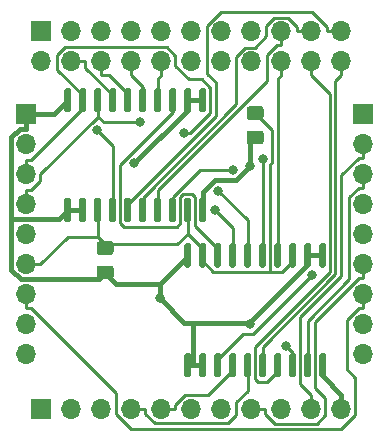
<source format=gbr>
G04 #@! TF.GenerationSoftware,KiCad,Pcbnew,5.1.9*
G04 #@! TF.CreationDate,2021-04-03T20:04:09+02:00*
G04 #@! TF.ProjectId,driverboard,64726976-6572-4626-9f61-72642e6b6963,rev?*
G04 #@! TF.SameCoordinates,Original*
G04 #@! TF.FileFunction,Copper,L2,Bot*
G04 #@! TF.FilePolarity,Positive*
%FSLAX46Y46*%
G04 Gerber Fmt 4.6, Leading zero omitted, Abs format (unit mm)*
G04 Created by KiCad (PCBNEW 5.1.9) date 2021-04-03 20:04:09*
%MOMM*%
%LPD*%
G01*
G04 APERTURE LIST*
G04 #@! TA.AperFunction,ComponentPad*
%ADD10R,1.700000X1.700000*%
G04 #@! TD*
G04 #@! TA.AperFunction,ComponentPad*
%ADD11O,1.700000X1.700000*%
G04 #@! TD*
G04 #@! TA.AperFunction,ViaPad*
%ADD12C,0.800000*%
G04 #@! TD*
G04 #@! TA.AperFunction,Conductor*
%ADD13C,0.250000*%
G04 #@! TD*
G04 #@! TA.AperFunction,Conductor*
%ADD14C,0.400000*%
G04 #@! TD*
G04 APERTURE END LIST*
G04 #@! TA.AperFunction,SMDPad,CuDef*
G36*
G01*
X104935000Y-119830000D02*
X105885000Y-119830000D01*
G75*
G02*
X106135000Y-120080000I0J-250000D01*
G01*
X106135000Y-120755000D01*
G75*
G02*
X105885000Y-121005000I-250000J0D01*
G01*
X104935000Y-121005000D01*
G75*
G02*
X104685000Y-120755000I0J250000D01*
G01*
X104685000Y-120080000D01*
G75*
G02*
X104935000Y-119830000I250000J0D01*
G01*
G37*
G04 #@! TD.AperFunction*
G04 #@! TA.AperFunction,SMDPad,CuDef*
G36*
G01*
X104935000Y-117755000D02*
X105885000Y-117755000D01*
G75*
G02*
X106135000Y-118005000I0J-250000D01*
G01*
X106135000Y-118680000D01*
G75*
G02*
X105885000Y-118930000I-250000J0D01*
G01*
X104935000Y-118930000D01*
G75*
G02*
X104685000Y-118680000I0J250000D01*
G01*
X104685000Y-118005000D01*
G75*
G02*
X104935000Y-117755000I250000J0D01*
G01*
G37*
G04 #@! TD.AperFunction*
G04 #@! TA.AperFunction,SMDPad,CuDef*
G36*
G01*
X117635000Y-108400000D02*
X118585000Y-108400000D01*
G75*
G02*
X118835000Y-108650000I0J-250000D01*
G01*
X118835000Y-109325000D01*
G75*
G02*
X118585000Y-109575000I-250000J0D01*
G01*
X117635000Y-109575000D01*
G75*
G02*
X117385000Y-109325000I0J250000D01*
G01*
X117385000Y-108650000D01*
G75*
G02*
X117635000Y-108400000I250000J0D01*
G01*
G37*
G04 #@! TD.AperFunction*
G04 #@! TA.AperFunction,SMDPad,CuDef*
G36*
G01*
X117635000Y-106325000D02*
X118585000Y-106325000D01*
G75*
G02*
X118835000Y-106575000I0J-250000D01*
G01*
X118835000Y-107250000D01*
G75*
G02*
X118585000Y-107500000I-250000J0D01*
G01*
X117635000Y-107500000D01*
G75*
G02*
X117385000Y-107250000I0J250000D01*
G01*
X117385000Y-106575000D01*
G75*
G02*
X117635000Y-106325000I250000J0D01*
G01*
G37*
G04 #@! TD.AperFunction*
D10*
X127250000Y-107000000D03*
D11*
X127250000Y-109540000D03*
X127250000Y-112080000D03*
X127250000Y-114620000D03*
X127250000Y-117160000D03*
X127250000Y-119700000D03*
X127250000Y-122240000D03*
X127250000Y-124780000D03*
X127250000Y-127320000D03*
D10*
X100000000Y-100000000D03*
D11*
X100000000Y-102540000D03*
X102540000Y-100000000D03*
X102540000Y-102540000D03*
X105080000Y-100000000D03*
X105080000Y-102540000D03*
X107620000Y-100000000D03*
X107620000Y-102540000D03*
X110160000Y-100000000D03*
X110160000Y-102540000D03*
X112700000Y-100000000D03*
X112700000Y-102540000D03*
X115240000Y-100000000D03*
X115240000Y-102540000D03*
X117780000Y-100000000D03*
X117780000Y-102540000D03*
X120320000Y-100000000D03*
X120320000Y-102540000D03*
X122860000Y-100000000D03*
X122860000Y-102540000D03*
X125400000Y-100000000D03*
X125400000Y-102540000D03*
D10*
X98750000Y-107000000D03*
D11*
X98750000Y-109540000D03*
X98750000Y-112080000D03*
X98750000Y-114620000D03*
X98750000Y-117160000D03*
X98750000Y-119700000D03*
X98750000Y-122240000D03*
X98750000Y-124780000D03*
X98750000Y-127320000D03*
D10*
X100000000Y-132000000D03*
D11*
X102540000Y-132000000D03*
X105080000Y-132000000D03*
X107620000Y-132000000D03*
X110160000Y-132000000D03*
X112700000Y-132000000D03*
X115240000Y-132000000D03*
X117780000Y-132000000D03*
X120320000Y-132000000D03*
X122860000Y-132000000D03*
X125400000Y-132000000D03*
G04 #@! TA.AperFunction,SMDPad,CuDef*
G36*
G01*
X113815000Y-106865000D02*
X113515000Y-106865000D01*
G75*
G02*
X113365000Y-106715000I0J150000D01*
G01*
X113365000Y-104965000D01*
G75*
G02*
X113515000Y-104815000I150000J0D01*
G01*
X113815000Y-104815000D01*
G75*
G02*
X113965000Y-104965000I0J-150000D01*
G01*
X113965000Y-106715000D01*
G75*
G02*
X113815000Y-106865000I-150000J0D01*
G01*
G37*
G04 #@! TD.AperFunction*
G04 #@! TA.AperFunction,SMDPad,CuDef*
G36*
G01*
X112545000Y-106865000D02*
X112245000Y-106865000D01*
G75*
G02*
X112095000Y-106715000I0J150000D01*
G01*
X112095000Y-104965000D01*
G75*
G02*
X112245000Y-104815000I150000J0D01*
G01*
X112545000Y-104815000D01*
G75*
G02*
X112695000Y-104965000I0J-150000D01*
G01*
X112695000Y-106715000D01*
G75*
G02*
X112545000Y-106865000I-150000J0D01*
G01*
G37*
G04 #@! TD.AperFunction*
G04 #@! TA.AperFunction,SMDPad,CuDef*
G36*
G01*
X111275000Y-106865000D02*
X110975000Y-106865000D01*
G75*
G02*
X110825000Y-106715000I0J150000D01*
G01*
X110825000Y-104965000D01*
G75*
G02*
X110975000Y-104815000I150000J0D01*
G01*
X111275000Y-104815000D01*
G75*
G02*
X111425000Y-104965000I0J-150000D01*
G01*
X111425000Y-106715000D01*
G75*
G02*
X111275000Y-106865000I-150000J0D01*
G01*
G37*
G04 #@! TD.AperFunction*
G04 #@! TA.AperFunction,SMDPad,CuDef*
G36*
G01*
X110005000Y-106865000D02*
X109705000Y-106865000D01*
G75*
G02*
X109555000Y-106715000I0J150000D01*
G01*
X109555000Y-104965000D01*
G75*
G02*
X109705000Y-104815000I150000J0D01*
G01*
X110005000Y-104815000D01*
G75*
G02*
X110155000Y-104965000I0J-150000D01*
G01*
X110155000Y-106715000D01*
G75*
G02*
X110005000Y-106865000I-150000J0D01*
G01*
G37*
G04 #@! TD.AperFunction*
G04 #@! TA.AperFunction,SMDPad,CuDef*
G36*
G01*
X108735000Y-106865000D02*
X108435000Y-106865000D01*
G75*
G02*
X108285000Y-106715000I0J150000D01*
G01*
X108285000Y-104965000D01*
G75*
G02*
X108435000Y-104815000I150000J0D01*
G01*
X108735000Y-104815000D01*
G75*
G02*
X108885000Y-104965000I0J-150000D01*
G01*
X108885000Y-106715000D01*
G75*
G02*
X108735000Y-106865000I-150000J0D01*
G01*
G37*
G04 #@! TD.AperFunction*
G04 #@! TA.AperFunction,SMDPad,CuDef*
G36*
G01*
X107465000Y-106865000D02*
X107165000Y-106865000D01*
G75*
G02*
X107015000Y-106715000I0J150000D01*
G01*
X107015000Y-104965000D01*
G75*
G02*
X107165000Y-104815000I150000J0D01*
G01*
X107465000Y-104815000D01*
G75*
G02*
X107615000Y-104965000I0J-150000D01*
G01*
X107615000Y-106715000D01*
G75*
G02*
X107465000Y-106865000I-150000J0D01*
G01*
G37*
G04 #@! TD.AperFunction*
G04 #@! TA.AperFunction,SMDPad,CuDef*
G36*
G01*
X106195000Y-106865000D02*
X105895000Y-106865000D01*
G75*
G02*
X105745000Y-106715000I0J150000D01*
G01*
X105745000Y-104965000D01*
G75*
G02*
X105895000Y-104815000I150000J0D01*
G01*
X106195000Y-104815000D01*
G75*
G02*
X106345000Y-104965000I0J-150000D01*
G01*
X106345000Y-106715000D01*
G75*
G02*
X106195000Y-106865000I-150000J0D01*
G01*
G37*
G04 #@! TD.AperFunction*
G04 #@! TA.AperFunction,SMDPad,CuDef*
G36*
G01*
X104925000Y-106865000D02*
X104625000Y-106865000D01*
G75*
G02*
X104475000Y-106715000I0J150000D01*
G01*
X104475000Y-104965000D01*
G75*
G02*
X104625000Y-104815000I150000J0D01*
G01*
X104925000Y-104815000D01*
G75*
G02*
X105075000Y-104965000I0J-150000D01*
G01*
X105075000Y-106715000D01*
G75*
G02*
X104925000Y-106865000I-150000J0D01*
G01*
G37*
G04 #@! TD.AperFunction*
G04 #@! TA.AperFunction,SMDPad,CuDef*
G36*
G01*
X103655000Y-106865000D02*
X103355000Y-106865000D01*
G75*
G02*
X103205000Y-106715000I0J150000D01*
G01*
X103205000Y-104965000D01*
G75*
G02*
X103355000Y-104815000I150000J0D01*
G01*
X103655000Y-104815000D01*
G75*
G02*
X103805000Y-104965000I0J-150000D01*
G01*
X103805000Y-106715000D01*
G75*
G02*
X103655000Y-106865000I-150000J0D01*
G01*
G37*
G04 #@! TD.AperFunction*
G04 #@! TA.AperFunction,SMDPad,CuDef*
G36*
G01*
X102385000Y-106865000D02*
X102085000Y-106865000D01*
G75*
G02*
X101935000Y-106715000I0J150000D01*
G01*
X101935000Y-104965000D01*
G75*
G02*
X102085000Y-104815000I150000J0D01*
G01*
X102385000Y-104815000D01*
G75*
G02*
X102535000Y-104965000I0J-150000D01*
G01*
X102535000Y-106715000D01*
G75*
G02*
X102385000Y-106865000I-150000J0D01*
G01*
G37*
G04 #@! TD.AperFunction*
G04 #@! TA.AperFunction,SMDPad,CuDef*
G36*
G01*
X102385000Y-116165000D02*
X102085000Y-116165000D01*
G75*
G02*
X101935000Y-116015000I0J150000D01*
G01*
X101935000Y-114265000D01*
G75*
G02*
X102085000Y-114115000I150000J0D01*
G01*
X102385000Y-114115000D01*
G75*
G02*
X102535000Y-114265000I0J-150000D01*
G01*
X102535000Y-116015000D01*
G75*
G02*
X102385000Y-116165000I-150000J0D01*
G01*
G37*
G04 #@! TD.AperFunction*
G04 #@! TA.AperFunction,SMDPad,CuDef*
G36*
G01*
X103655000Y-116165000D02*
X103355000Y-116165000D01*
G75*
G02*
X103205000Y-116015000I0J150000D01*
G01*
X103205000Y-114265000D01*
G75*
G02*
X103355000Y-114115000I150000J0D01*
G01*
X103655000Y-114115000D01*
G75*
G02*
X103805000Y-114265000I0J-150000D01*
G01*
X103805000Y-116015000D01*
G75*
G02*
X103655000Y-116165000I-150000J0D01*
G01*
G37*
G04 #@! TD.AperFunction*
G04 #@! TA.AperFunction,SMDPad,CuDef*
G36*
G01*
X104925000Y-116165000D02*
X104625000Y-116165000D01*
G75*
G02*
X104475000Y-116015000I0J150000D01*
G01*
X104475000Y-114265000D01*
G75*
G02*
X104625000Y-114115000I150000J0D01*
G01*
X104925000Y-114115000D01*
G75*
G02*
X105075000Y-114265000I0J-150000D01*
G01*
X105075000Y-116015000D01*
G75*
G02*
X104925000Y-116165000I-150000J0D01*
G01*
G37*
G04 #@! TD.AperFunction*
G04 #@! TA.AperFunction,SMDPad,CuDef*
G36*
G01*
X106195000Y-116165000D02*
X105895000Y-116165000D01*
G75*
G02*
X105745000Y-116015000I0J150000D01*
G01*
X105745000Y-114265000D01*
G75*
G02*
X105895000Y-114115000I150000J0D01*
G01*
X106195000Y-114115000D01*
G75*
G02*
X106345000Y-114265000I0J-150000D01*
G01*
X106345000Y-116015000D01*
G75*
G02*
X106195000Y-116165000I-150000J0D01*
G01*
G37*
G04 #@! TD.AperFunction*
G04 #@! TA.AperFunction,SMDPad,CuDef*
G36*
G01*
X107465000Y-116165000D02*
X107165000Y-116165000D01*
G75*
G02*
X107015000Y-116015000I0J150000D01*
G01*
X107015000Y-114265000D01*
G75*
G02*
X107165000Y-114115000I150000J0D01*
G01*
X107465000Y-114115000D01*
G75*
G02*
X107615000Y-114265000I0J-150000D01*
G01*
X107615000Y-116015000D01*
G75*
G02*
X107465000Y-116165000I-150000J0D01*
G01*
G37*
G04 #@! TD.AperFunction*
G04 #@! TA.AperFunction,SMDPad,CuDef*
G36*
G01*
X108735000Y-116165000D02*
X108435000Y-116165000D01*
G75*
G02*
X108285000Y-116015000I0J150000D01*
G01*
X108285000Y-114265000D01*
G75*
G02*
X108435000Y-114115000I150000J0D01*
G01*
X108735000Y-114115000D01*
G75*
G02*
X108885000Y-114265000I0J-150000D01*
G01*
X108885000Y-116015000D01*
G75*
G02*
X108735000Y-116165000I-150000J0D01*
G01*
G37*
G04 #@! TD.AperFunction*
G04 #@! TA.AperFunction,SMDPad,CuDef*
G36*
G01*
X110005000Y-116165000D02*
X109705000Y-116165000D01*
G75*
G02*
X109555000Y-116015000I0J150000D01*
G01*
X109555000Y-114265000D01*
G75*
G02*
X109705000Y-114115000I150000J0D01*
G01*
X110005000Y-114115000D01*
G75*
G02*
X110155000Y-114265000I0J-150000D01*
G01*
X110155000Y-116015000D01*
G75*
G02*
X110005000Y-116165000I-150000J0D01*
G01*
G37*
G04 #@! TD.AperFunction*
G04 #@! TA.AperFunction,SMDPad,CuDef*
G36*
G01*
X111275000Y-116165000D02*
X110975000Y-116165000D01*
G75*
G02*
X110825000Y-116015000I0J150000D01*
G01*
X110825000Y-114265000D01*
G75*
G02*
X110975000Y-114115000I150000J0D01*
G01*
X111275000Y-114115000D01*
G75*
G02*
X111425000Y-114265000I0J-150000D01*
G01*
X111425000Y-116015000D01*
G75*
G02*
X111275000Y-116165000I-150000J0D01*
G01*
G37*
G04 #@! TD.AperFunction*
G04 #@! TA.AperFunction,SMDPad,CuDef*
G36*
G01*
X112545000Y-116165000D02*
X112245000Y-116165000D01*
G75*
G02*
X112095000Y-116015000I0J150000D01*
G01*
X112095000Y-114265000D01*
G75*
G02*
X112245000Y-114115000I150000J0D01*
G01*
X112545000Y-114115000D01*
G75*
G02*
X112695000Y-114265000I0J-150000D01*
G01*
X112695000Y-116015000D01*
G75*
G02*
X112545000Y-116165000I-150000J0D01*
G01*
G37*
G04 #@! TD.AperFunction*
G04 #@! TA.AperFunction,SMDPad,CuDef*
G36*
G01*
X113815000Y-116165000D02*
X113515000Y-116165000D01*
G75*
G02*
X113365000Y-116015000I0J150000D01*
G01*
X113365000Y-114265000D01*
G75*
G02*
X113515000Y-114115000I150000J0D01*
G01*
X113815000Y-114115000D01*
G75*
G02*
X113965000Y-114265000I0J-150000D01*
G01*
X113965000Y-116015000D01*
G75*
G02*
X113815000Y-116165000I-150000J0D01*
G01*
G37*
G04 #@! TD.AperFunction*
G04 #@! TA.AperFunction,SMDPad,CuDef*
G36*
G01*
X112245000Y-117945000D02*
X112545000Y-117945000D01*
G75*
G02*
X112695000Y-118095000I0J-150000D01*
G01*
X112695000Y-119845000D01*
G75*
G02*
X112545000Y-119995000I-150000J0D01*
G01*
X112245000Y-119995000D01*
G75*
G02*
X112095000Y-119845000I0J150000D01*
G01*
X112095000Y-118095000D01*
G75*
G02*
X112245000Y-117945000I150000J0D01*
G01*
G37*
G04 #@! TD.AperFunction*
G04 #@! TA.AperFunction,SMDPad,CuDef*
G36*
G01*
X113515000Y-117945000D02*
X113815000Y-117945000D01*
G75*
G02*
X113965000Y-118095000I0J-150000D01*
G01*
X113965000Y-119845000D01*
G75*
G02*
X113815000Y-119995000I-150000J0D01*
G01*
X113515000Y-119995000D01*
G75*
G02*
X113365000Y-119845000I0J150000D01*
G01*
X113365000Y-118095000D01*
G75*
G02*
X113515000Y-117945000I150000J0D01*
G01*
G37*
G04 #@! TD.AperFunction*
G04 #@! TA.AperFunction,SMDPad,CuDef*
G36*
G01*
X114785000Y-117945000D02*
X115085000Y-117945000D01*
G75*
G02*
X115235000Y-118095000I0J-150000D01*
G01*
X115235000Y-119845000D01*
G75*
G02*
X115085000Y-119995000I-150000J0D01*
G01*
X114785000Y-119995000D01*
G75*
G02*
X114635000Y-119845000I0J150000D01*
G01*
X114635000Y-118095000D01*
G75*
G02*
X114785000Y-117945000I150000J0D01*
G01*
G37*
G04 #@! TD.AperFunction*
G04 #@! TA.AperFunction,SMDPad,CuDef*
G36*
G01*
X116055000Y-117945000D02*
X116355000Y-117945000D01*
G75*
G02*
X116505000Y-118095000I0J-150000D01*
G01*
X116505000Y-119845000D01*
G75*
G02*
X116355000Y-119995000I-150000J0D01*
G01*
X116055000Y-119995000D01*
G75*
G02*
X115905000Y-119845000I0J150000D01*
G01*
X115905000Y-118095000D01*
G75*
G02*
X116055000Y-117945000I150000J0D01*
G01*
G37*
G04 #@! TD.AperFunction*
G04 #@! TA.AperFunction,SMDPad,CuDef*
G36*
G01*
X117325000Y-117945000D02*
X117625000Y-117945000D01*
G75*
G02*
X117775000Y-118095000I0J-150000D01*
G01*
X117775000Y-119845000D01*
G75*
G02*
X117625000Y-119995000I-150000J0D01*
G01*
X117325000Y-119995000D01*
G75*
G02*
X117175000Y-119845000I0J150000D01*
G01*
X117175000Y-118095000D01*
G75*
G02*
X117325000Y-117945000I150000J0D01*
G01*
G37*
G04 #@! TD.AperFunction*
G04 #@! TA.AperFunction,SMDPad,CuDef*
G36*
G01*
X118595000Y-117945000D02*
X118895000Y-117945000D01*
G75*
G02*
X119045000Y-118095000I0J-150000D01*
G01*
X119045000Y-119845000D01*
G75*
G02*
X118895000Y-119995000I-150000J0D01*
G01*
X118595000Y-119995000D01*
G75*
G02*
X118445000Y-119845000I0J150000D01*
G01*
X118445000Y-118095000D01*
G75*
G02*
X118595000Y-117945000I150000J0D01*
G01*
G37*
G04 #@! TD.AperFunction*
G04 #@! TA.AperFunction,SMDPad,CuDef*
G36*
G01*
X119865000Y-117945000D02*
X120165000Y-117945000D01*
G75*
G02*
X120315000Y-118095000I0J-150000D01*
G01*
X120315000Y-119845000D01*
G75*
G02*
X120165000Y-119995000I-150000J0D01*
G01*
X119865000Y-119995000D01*
G75*
G02*
X119715000Y-119845000I0J150000D01*
G01*
X119715000Y-118095000D01*
G75*
G02*
X119865000Y-117945000I150000J0D01*
G01*
G37*
G04 #@! TD.AperFunction*
G04 #@! TA.AperFunction,SMDPad,CuDef*
G36*
G01*
X121135000Y-117945000D02*
X121435000Y-117945000D01*
G75*
G02*
X121585000Y-118095000I0J-150000D01*
G01*
X121585000Y-119845000D01*
G75*
G02*
X121435000Y-119995000I-150000J0D01*
G01*
X121135000Y-119995000D01*
G75*
G02*
X120985000Y-119845000I0J150000D01*
G01*
X120985000Y-118095000D01*
G75*
G02*
X121135000Y-117945000I150000J0D01*
G01*
G37*
G04 #@! TD.AperFunction*
G04 #@! TA.AperFunction,SMDPad,CuDef*
G36*
G01*
X122405000Y-117945000D02*
X122705000Y-117945000D01*
G75*
G02*
X122855000Y-118095000I0J-150000D01*
G01*
X122855000Y-119845000D01*
G75*
G02*
X122705000Y-119995000I-150000J0D01*
G01*
X122405000Y-119995000D01*
G75*
G02*
X122255000Y-119845000I0J150000D01*
G01*
X122255000Y-118095000D01*
G75*
G02*
X122405000Y-117945000I150000J0D01*
G01*
G37*
G04 #@! TD.AperFunction*
G04 #@! TA.AperFunction,SMDPad,CuDef*
G36*
G01*
X123675000Y-117945000D02*
X123975000Y-117945000D01*
G75*
G02*
X124125000Y-118095000I0J-150000D01*
G01*
X124125000Y-119845000D01*
G75*
G02*
X123975000Y-119995000I-150000J0D01*
G01*
X123675000Y-119995000D01*
G75*
G02*
X123525000Y-119845000I0J150000D01*
G01*
X123525000Y-118095000D01*
G75*
G02*
X123675000Y-117945000I150000J0D01*
G01*
G37*
G04 #@! TD.AperFunction*
G04 #@! TA.AperFunction,SMDPad,CuDef*
G36*
G01*
X123675000Y-127245000D02*
X123975000Y-127245000D01*
G75*
G02*
X124125000Y-127395000I0J-150000D01*
G01*
X124125000Y-129145000D01*
G75*
G02*
X123975000Y-129295000I-150000J0D01*
G01*
X123675000Y-129295000D01*
G75*
G02*
X123525000Y-129145000I0J150000D01*
G01*
X123525000Y-127395000D01*
G75*
G02*
X123675000Y-127245000I150000J0D01*
G01*
G37*
G04 #@! TD.AperFunction*
G04 #@! TA.AperFunction,SMDPad,CuDef*
G36*
G01*
X122405000Y-127245000D02*
X122705000Y-127245000D01*
G75*
G02*
X122855000Y-127395000I0J-150000D01*
G01*
X122855000Y-129145000D01*
G75*
G02*
X122705000Y-129295000I-150000J0D01*
G01*
X122405000Y-129295000D01*
G75*
G02*
X122255000Y-129145000I0J150000D01*
G01*
X122255000Y-127395000D01*
G75*
G02*
X122405000Y-127245000I150000J0D01*
G01*
G37*
G04 #@! TD.AperFunction*
G04 #@! TA.AperFunction,SMDPad,CuDef*
G36*
G01*
X121135000Y-127245000D02*
X121435000Y-127245000D01*
G75*
G02*
X121585000Y-127395000I0J-150000D01*
G01*
X121585000Y-129145000D01*
G75*
G02*
X121435000Y-129295000I-150000J0D01*
G01*
X121135000Y-129295000D01*
G75*
G02*
X120985000Y-129145000I0J150000D01*
G01*
X120985000Y-127395000D01*
G75*
G02*
X121135000Y-127245000I150000J0D01*
G01*
G37*
G04 #@! TD.AperFunction*
G04 #@! TA.AperFunction,SMDPad,CuDef*
G36*
G01*
X119865000Y-127245000D02*
X120165000Y-127245000D01*
G75*
G02*
X120315000Y-127395000I0J-150000D01*
G01*
X120315000Y-129145000D01*
G75*
G02*
X120165000Y-129295000I-150000J0D01*
G01*
X119865000Y-129295000D01*
G75*
G02*
X119715000Y-129145000I0J150000D01*
G01*
X119715000Y-127395000D01*
G75*
G02*
X119865000Y-127245000I150000J0D01*
G01*
G37*
G04 #@! TD.AperFunction*
G04 #@! TA.AperFunction,SMDPad,CuDef*
G36*
G01*
X118595000Y-127245000D02*
X118895000Y-127245000D01*
G75*
G02*
X119045000Y-127395000I0J-150000D01*
G01*
X119045000Y-129145000D01*
G75*
G02*
X118895000Y-129295000I-150000J0D01*
G01*
X118595000Y-129295000D01*
G75*
G02*
X118445000Y-129145000I0J150000D01*
G01*
X118445000Y-127395000D01*
G75*
G02*
X118595000Y-127245000I150000J0D01*
G01*
G37*
G04 #@! TD.AperFunction*
G04 #@! TA.AperFunction,SMDPad,CuDef*
G36*
G01*
X117325000Y-127245000D02*
X117625000Y-127245000D01*
G75*
G02*
X117775000Y-127395000I0J-150000D01*
G01*
X117775000Y-129145000D01*
G75*
G02*
X117625000Y-129295000I-150000J0D01*
G01*
X117325000Y-129295000D01*
G75*
G02*
X117175000Y-129145000I0J150000D01*
G01*
X117175000Y-127395000D01*
G75*
G02*
X117325000Y-127245000I150000J0D01*
G01*
G37*
G04 #@! TD.AperFunction*
G04 #@! TA.AperFunction,SMDPad,CuDef*
G36*
G01*
X116055000Y-127245000D02*
X116355000Y-127245000D01*
G75*
G02*
X116505000Y-127395000I0J-150000D01*
G01*
X116505000Y-129145000D01*
G75*
G02*
X116355000Y-129295000I-150000J0D01*
G01*
X116055000Y-129295000D01*
G75*
G02*
X115905000Y-129145000I0J150000D01*
G01*
X115905000Y-127395000D01*
G75*
G02*
X116055000Y-127245000I150000J0D01*
G01*
G37*
G04 #@! TD.AperFunction*
G04 #@! TA.AperFunction,SMDPad,CuDef*
G36*
G01*
X114785000Y-127245000D02*
X115085000Y-127245000D01*
G75*
G02*
X115235000Y-127395000I0J-150000D01*
G01*
X115235000Y-129145000D01*
G75*
G02*
X115085000Y-129295000I-150000J0D01*
G01*
X114785000Y-129295000D01*
G75*
G02*
X114635000Y-129145000I0J150000D01*
G01*
X114635000Y-127395000D01*
G75*
G02*
X114785000Y-127245000I150000J0D01*
G01*
G37*
G04 #@! TD.AperFunction*
G04 #@! TA.AperFunction,SMDPad,CuDef*
G36*
G01*
X113515000Y-127245000D02*
X113815000Y-127245000D01*
G75*
G02*
X113965000Y-127395000I0J-150000D01*
G01*
X113965000Y-129145000D01*
G75*
G02*
X113815000Y-129295000I-150000J0D01*
G01*
X113515000Y-129295000D01*
G75*
G02*
X113365000Y-129145000I0J150000D01*
G01*
X113365000Y-127395000D01*
G75*
G02*
X113515000Y-127245000I150000J0D01*
G01*
G37*
G04 #@! TD.AperFunction*
G04 #@! TA.AperFunction,SMDPad,CuDef*
G36*
G01*
X112245000Y-127245000D02*
X112545000Y-127245000D01*
G75*
G02*
X112695000Y-127395000I0J-150000D01*
G01*
X112695000Y-129145000D01*
G75*
G02*
X112545000Y-129295000I-150000J0D01*
G01*
X112245000Y-129295000D01*
G75*
G02*
X112095000Y-129145000I0J150000D01*
G01*
X112095000Y-127395000D01*
G75*
G02*
X112245000Y-127245000I150000J0D01*
G01*
G37*
G04 #@! TD.AperFunction*
D12*
X104711000Y-108356100D03*
X112073000Y-108610500D03*
X108353700Y-107692800D03*
X120735800Y-126669300D03*
X117680000Y-111382000D03*
X110029200Y-122553700D03*
X117680000Y-124751700D03*
X107855700Y-111165400D03*
X122923900Y-120599600D03*
X114744300Y-115149900D03*
X114975200Y-113482100D03*
X118782500Y-110835200D03*
X116256900Y-111720500D03*
D13*
X106045000Y-115140000D02*
X106045000Y-109690100D01*
X106045000Y-109690100D02*
X104711000Y-108356100D01*
X102540000Y-102540000D02*
X103715300Y-102540000D01*
X106045000Y-105840000D02*
X106045000Y-105407700D01*
X106045000Y-105407700D02*
X103715300Y-103078000D01*
X103715300Y-103078000D02*
X103715300Y-102540000D01*
X105080000Y-102540000D02*
X105080000Y-103715300D01*
X107315000Y-105840000D02*
X107315000Y-105307500D01*
X107315000Y-105307500D02*
X105722800Y-103715300D01*
X105722800Y-103715300D02*
X105080000Y-103715300D01*
X107620000Y-102540000D02*
X107620000Y-103715300D01*
X108585000Y-105840000D02*
X108585000Y-104680300D01*
X108585000Y-104680300D02*
X107620000Y-103715300D01*
X103505000Y-105840000D02*
X103505000Y-105396400D01*
X103505000Y-105396400D02*
X101364600Y-103256000D01*
X101364600Y-103256000D02*
X101364600Y-102014700D01*
X101364600Y-102014700D02*
X102016200Y-101363100D01*
X102016200Y-101363100D02*
X110648400Y-101363100D01*
X110648400Y-101363100D02*
X111335400Y-102050100D01*
X111335400Y-102050100D02*
X111335400Y-102901500D01*
X111335400Y-102901500D02*
X112498600Y-104064700D01*
X112498600Y-104064700D02*
X113616000Y-104064700D01*
X113616000Y-104064700D02*
X114302300Y-104751000D01*
X114302300Y-104751000D02*
X114302300Y-106905100D01*
X114302300Y-106905100D02*
X112596900Y-108610500D01*
X112596900Y-108610500D02*
X112073000Y-108610500D01*
X98750000Y-110904700D02*
X99117300Y-110904700D01*
X99117300Y-110904700D02*
X103505000Y-106517000D01*
X103505000Y-106517000D02*
X103505000Y-105840000D01*
X127250000Y-112080000D02*
X127250000Y-113255300D01*
X127250000Y-113255300D02*
X126882600Y-113255300D01*
X126882600Y-113255300D02*
X126074700Y-114063200D01*
X126074700Y-114063200D02*
X126074700Y-120987300D01*
X126074700Y-120987300D02*
X122555000Y-124507000D01*
X122555000Y-124507000D02*
X122555000Y-128270000D01*
X98750000Y-112080000D02*
X98750000Y-110904700D01*
X104812300Y-107228000D02*
X105277000Y-107692800D01*
X105277000Y-107692800D02*
X108353700Y-107692800D01*
X104775000Y-105840000D02*
X104775000Y-107190800D01*
X104775000Y-107190800D02*
X104812300Y-107228000D01*
X104812300Y-107228000D02*
X99925300Y-112115000D01*
X99925300Y-112115000D02*
X99925300Y-112636800D01*
X99925300Y-112636800D02*
X99117400Y-113444700D01*
X99117400Y-113444700D02*
X98750000Y-113444700D01*
X98750000Y-114620000D02*
X98750000Y-113444700D01*
X121285000Y-128270000D02*
X121285000Y-127218500D01*
X121285000Y-127218500D02*
X120735800Y-126669300D01*
D14*
X117680000Y-111382000D02*
X117680000Y-109417500D01*
X117680000Y-109417500D02*
X118110000Y-108987500D01*
X113665000Y-115140000D02*
X113665000Y-113636200D01*
X113665000Y-113636200D02*
X114703000Y-112598200D01*
X114703000Y-112598200D02*
X116514700Y-112598200D01*
X116514700Y-112598200D02*
X117680000Y-111432900D01*
X117680000Y-111432900D02*
X117680000Y-111382000D01*
X97481000Y-115890000D02*
X101485000Y-115890000D01*
X101485000Y-115890000D02*
X102235000Y-115140000D01*
X97481000Y-115890000D02*
X97481000Y-120204300D01*
X97481000Y-120204300D02*
X98246700Y-120970000D01*
X98246700Y-120970000D02*
X104857500Y-120970000D01*
X104857500Y-120970000D02*
X105410000Y-120417500D01*
X98750000Y-108250300D02*
X98203000Y-108250300D01*
X98203000Y-108250300D02*
X97481000Y-108972300D01*
X97481000Y-108972300D02*
X97481000Y-115890000D01*
X110029200Y-121370800D02*
X106363300Y-121370800D01*
X106363300Y-121370800D02*
X105410000Y-120417500D01*
X112395000Y-118970000D02*
X112394900Y-118970000D01*
X112394900Y-118970000D02*
X112394900Y-119005100D01*
X112394900Y-119005100D02*
X110029200Y-121370800D01*
X110029200Y-122553700D02*
X110029200Y-121370800D01*
X110029200Y-122553700D02*
X112130400Y-124654900D01*
X112130400Y-124654900D02*
X112829700Y-124654900D01*
X98750000Y-107000000D02*
X98750000Y-108250300D01*
X98750000Y-107000000D02*
X101075000Y-107000000D01*
X101075000Y-107000000D02*
X102235000Y-105840000D01*
X103505000Y-115140000D02*
X102235000Y-115140000D01*
X122555000Y-118970000D02*
X123825000Y-118970000D01*
X122555000Y-118970000D02*
X122555000Y-119683100D01*
X122555000Y-119683100D02*
X117583200Y-124654900D01*
X112829700Y-128270000D02*
X113665000Y-128270000D01*
X112395000Y-128270000D02*
X112829700Y-128270000D01*
X112829700Y-124654900D02*
X117583200Y-124654900D01*
X112829700Y-128270000D02*
X112829700Y-124654900D01*
X117583200Y-124654900D02*
X117680000Y-124751700D01*
X112395000Y-105840000D02*
X112395000Y-106626100D01*
X112395000Y-106626100D02*
X107855700Y-111165400D01*
X112395000Y-105840000D02*
X113665000Y-105840000D01*
X125400000Y-132000000D02*
X125400000Y-130749700D01*
X123825000Y-128270000D02*
X123825000Y-129174700D01*
X123825000Y-129174700D02*
X125400000Y-130749700D01*
D13*
X122860000Y-130824700D02*
X121920100Y-129884800D01*
X121920100Y-129884800D02*
X121920100Y-124186700D01*
X121920100Y-124186700D02*
X125400000Y-120706800D01*
X125400000Y-120706800D02*
X125400000Y-112198000D01*
X125400000Y-112198000D02*
X126882700Y-110715300D01*
X126882700Y-110715300D02*
X127250000Y-110715300D01*
X127250000Y-109540000D02*
X127250000Y-110715300D01*
X122860000Y-132000000D02*
X122860000Y-130824700D01*
X114935000Y-128270000D02*
X114935000Y-127763400D01*
X114935000Y-127763400D02*
X117092000Y-125606400D01*
X117092000Y-125606400D02*
X117917100Y-125606400D01*
X117917100Y-125606400D02*
X122923900Y-120599600D01*
X98750000Y-119700000D02*
X99925300Y-119700000D01*
X104775000Y-117390000D02*
X104775000Y-115140000D01*
X105410000Y-118025000D02*
X104775000Y-117390000D01*
X104775000Y-117390000D02*
X102235300Y-117390000D01*
X102235300Y-117390000D02*
X99925300Y-119700000D01*
X118955300Y-132000000D02*
X118955300Y-132367300D01*
X118955300Y-132367300D02*
X119802200Y-133214200D01*
X119802200Y-133214200D02*
X123364200Y-133214200D01*
X123364200Y-133214200D02*
X124063300Y-132515100D01*
X124063300Y-132515100D02*
X124063300Y-131023700D01*
X124063300Y-131023700D02*
X123190000Y-130150400D01*
X123190000Y-130150400D02*
X123190000Y-124615000D01*
X123190000Y-124615000D02*
X126929700Y-120875300D01*
X126929700Y-120875300D02*
X127250000Y-120875300D01*
X119380000Y-120331700D02*
X119380000Y-111263500D01*
X119380000Y-111263500D02*
X119507800Y-111135700D01*
X119507800Y-111135700D02*
X119507800Y-108310300D01*
X119507800Y-108310300D02*
X118110000Y-106912500D01*
X127250000Y-119700000D02*
X127250000Y-120875300D01*
X117780000Y-132000000D02*
X118955300Y-132000000D01*
X119380000Y-120331700D02*
X120420000Y-120331700D01*
X120420000Y-120331700D02*
X121285000Y-119466700D01*
X121285000Y-119466700D02*
X121285000Y-118970000D01*
X113665000Y-118970000D02*
X113665000Y-119476600D01*
X113665000Y-119476600D02*
X114520100Y-120331700D01*
X114520100Y-120331700D02*
X119380000Y-120331700D01*
X105410000Y-118025000D02*
X105410000Y-118342500D01*
X105410000Y-118025000D02*
X111514400Y-118025000D01*
X111514400Y-118025000D02*
X112395000Y-117144400D01*
X112395000Y-117144400D02*
X113665000Y-118414400D01*
X113665000Y-118414400D02*
X113665000Y-118970000D01*
X112395000Y-115140000D02*
X112395000Y-117144400D01*
X127250000Y-122240000D02*
X127250000Y-123415300D01*
X98750000Y-122240000D02*
X98750000Y-123415300D01*
X98750000Y-123415300D02*
X99117300Y-123415300D01*
X99117300Y-123415300D02*
X106297400Y-130595400D01*
X106297400Y-130595400D02*
X106297400Y-132369700D01*
X106297400Y-132369700D02*
X107592300Y-133664600D01*
X107592300Y-133664600D02*
X125418900Y-133664600D01*
X125418900Y-133664600D02*
X126602000Y-132481500D01*
X126602000Y-132481500D02*
X126602000Y-129349700D01*
X126602000Y-129349700D02*
X125874400Y-128622100D01*
X125874400Y-128622100D02*
X125874400Y-124423600D01*
X125874400Y-124423600D02*
X126882700Y-123415300D01*
X126882700Y-123415300D02*
X127250000Y-123415300D01*
X110160000Y-132000000D02*
X111335300Y-132000000D01*
X116205000Y-128270000D02*
X116205000Y-128699800D01*
X116205000Y-128699800D02*
X114080100Y-130824700D01*
X114080100Y-130824700D02*
X112143200Y-130824700D01*
X112143200Y-130824700D02*
X111335300Y-131632600D01*
X111335300Y-131632600D02*
X111335300Y-132000000D01*
X110160000Y-102540000D02*
X110160000Y-103715300D01*
X109855000Y-105840000D02*
X109855000Y-104020300D01*
X109855000Y-104020300D02*
X110160000Y-103715300D01*
X116205000Y-118970000D02*
X116205000Y-116610600D01*
X116205000Y-116610600D02*
X114744300Y-115149900D01*
X117475000Y-118970000D02*
X117475000Y-115981900D01*
X117475000Y-115981900D02*
X114975200Y-113482100D01*
X118745000Y-118970000D02*
X118745000Y-110872700D01*
X118745000Y-110872700D02*
X118782500Y-110835200D01*
X120320000Y-100000000D02*
X120320000Y-101175300D01*
X109855000Y-115140000D02*
X109855000Y-113454500D01*
X109855000Y-113454500D02*
X119144700Y-104164800D01*
X119144700Y-104164800D02*
X119144700Y-101983200D01*
X119144700Y-101983200D02*
X119952600Y-101175300D01*
X119952600Y-101175300D02*
X120320000Y-101175300D01*
X120320000Y-102540000D02*
X120320000Y-103715300D01*
X120015000Y-118970000D02*
X120015000Y-104020300D01*
X120015000Y-104020300D02*
X120320000Y-103715300D01*
X122860000Y-100000000D02*
X121684700Y-100000000D01*
X108585000Y-115140000D02*
X108585000Y-114087600D01*
X108585000Y-114087600D02*
X116510000Y-106162600D01*
X116510000Y-106162600D02*
X116510000Y-102132400D01*
X116510000Y-102132400D02*
X117277800Y-101364600D01*
X117277800Y-101364600D02*
X118079600Y-101364600D01*
X118079600Y-101364600D02*
X119050000Y-100394200D01*
X119050000Y-100394200D02*
X119050000Y-99524300D01*
X119050000Y-99524300D02*
X119749600Y-98824700D01*
X119749600Y-98824700D02*
X120876800Y-98824700D01*
X120876800Y-98824700D02*
X121684700Y-99632600D01*
X121684700Y-99632600D02*
X121684700Y-100000000D01*
X122860000Y-102540000D02*
X122860000Y-103715300D01*
X120015000Y-128270000D02*
X120015000Y-128769300D01*
X120015000Y-128769300D02*
X119136000Y-129648300D01*
X119136000Y-129648300D02*
X118366500Y-129648300D01*
X118366500Y-129648300D02*
X118110000Y-129391800D01*
X118110000Y-129391800D02*
X118110000Y-126723000D01*
X118110000Y-126723000D02*
X124456800Y-120376200D01*
X124456800Y-120376200D02*
X124456800Y-105312100D01*
X124456800Y-105312100D02*
X122860000Y-103715300D01*
X125400000Y-100000000D02*
X124224700Y-100000000D01*
X107315000Y-115140000D02*
X107315000Y-114625100D01*
X107315000Y-114625100D02*
X114771800Y-107168300D01*
X114771800Y-107168300D02*
X114771800Y-104321500D01*
X114771800Y-104321500D02*
X114026300Y-103576000D01*
X114026300Y-103576000D02*
X114026300Y-99524300D01*
X114026300Y-99524300D02*
X115215200Y-98335400D01*
X115215200Y-98335400D02*
X122927400Y-98335400D01*
X122927400Y-98335400D02*
X124224700Y-99632700D01*
X124224700Y-99632700D02*
X124224700Y-100000000D01*
X118745000Y-128270000D02*
X118745000Y-126724900D01*
X118745000Y-126724900D02*
X124912900Y-120557000D01*
X124912900Y-120557000D02*
X124912900Y-104202400D01*
X124912900Y-104202400D02*
X125400000Y-103715300D01*
X125400000Y-102540000D02*
X125400000Y-103715300D01*
X107620000Y-132000000D02*
X108795300Y-132000000D01*
X117475000Y-128270000D02*
X117475000Y-130404700D01*
X117475000Y-130404700D02*
X116510000Y-131369700D01*
X116510000Y-131369700D02*
X116510000Y-132498300D01*
X116510000Y-132498300D02*
X115833000Y-133175300D01*
X115833000Y-133175300D02*
X109603200Y-133175300D01*
X109603200Y-133175300D02*
X108795300Y-132367400D01*
X108795300Y-132367400D02*
X108795300Y-132000000D01*
X111125000Y-115140000D02*
X111125000Y-114021500D01*
X111125000Y-114021500D02*
X113426000Y-111720500D01*
X113426000Y-111720500D02*
X116256900Y-111720500D01*
X114935000Y-118970000D02*
X114935000Y-118386800D01*
X114935000Y-118386800D02*
X113030000Y-116481800D01*
X113030000Y-116481800D02*
X113030000Y-114010700D01*
X113030000Y-114010700D02*
X112800200Y-113780900D01*
X112800200Y-113780900D02*
X112034400Y-113780900D01*
X112034400Y-113780900D02*
X111760000Y-114055300D01*
X111760000Y-114055300D02*
X111760000Y-116256700D01*
X111760000Y-116256700D02*
X111465300Y-116551400D01*
X111465300Y-116551400D02*
X107009600Y-116551400D01*
X107009600Y-116551400D02*
X106680000Y-116221800D01*
X106680000Y-116221800D02*
X106680000Y-111285000D01*
X106680000Y-111285000D02*
X111125000Y-106840000D01*
X111125000Y-106840000D02*
X111125000Y-105840000D01*
M02*

</source>
